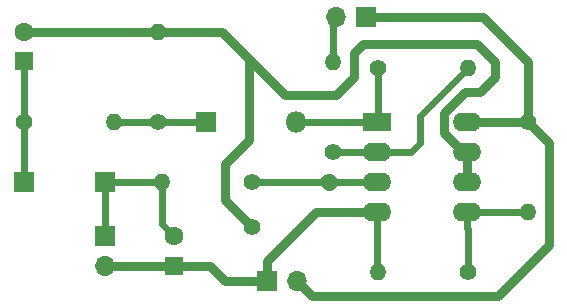
<source format=gbr>
G04 #@! TF.GenerationSoftware,KiCad,Pcbnew,(5.1.2)-2*
G04 #@! TF.CreationDate,2019-11-28T10:38:42+11:00*
G04 #@! TF.ProjectId,AM Demodulator,414d2044-656d-46f6-9475-6c61746f722e,rev 0.1*
G04 #@! TF.SameCoordinates,Original*
G04 #@! TF.FileFunction,Copper,L1,Top*
G04 #@! TF.FilePolarity,Positive*
%FSLAX46Y46*%
G04 Gerber Fmt 4.6, Leading zero omitted, Abs format (unit mm)*
G04 Created by KiCad (PCBNEW (5.1.2)-2) date 2019-11-28 10:38:42*
%MOMM*%
%LPD*%
G04 APERTURE LIST*
%ADD10C,1.600000*%
%ADD11R,1.600000X1.600000*%
%ADD12O,1.800000X1.800000*%
%ADD13R,1.800000X1.800000*%
%ADD14R,1.700000X1.700000*%
%ADD15O,1.700000X1.700000*%
%ADD16C,1.400000*%
%ADD17O,1.400000X1.400000*%
%ADD18C,1.400000*%
%ADD19O,2.400000X1.600000*%
%ADD20R,2.400000X1.600000*%
%ADD21C,0.600000*%
%ADD22C,0.800000*%
G04 APERTURE END LIST*
D10*
X145312000Y-112848000D03*
D11*
X145312000Y-115348000D03*
X132612000Y-98036000D03*
D10*
X132612000Y-95536000D03*
D12*
X155658000Y-103156000D03*
D13*
X148038000Y-103156000D03*
D14*
X139470000Y-108236000D03*
D15*
X155726000Y-116618000D03*
D14*
X153186000Y-116618000D03*
X132612000Y-108236000D03*
X139470000Y-112808000D03*
D15*
X139470000Y-115348000D03*
X159028000Y-94266000D03*
D14*
X161568000Y-94266000D03*
D16*
X151916000Y-108236000D03*
D17*
X144296000Y-108236000D03*
X175284000Y-110776000D03*
D16*
X175284000Y-103156000D03*
X170204000Y-115856000D03*
D17*
X162584000Y-115856000D03*
D16*
X158774000Y-105696000D03*
D17*
X158774000Y-98076000D03*
D16*
X158515114Y-108236000D03*
D18*
X158515114Y-108236000D02*
X158515114Y-108236000D01*
D16*
X151916000Y-112046000D03*
D17*
X170204000Y-98584000D03*
D16*
X162584000Y-98584000D03*
X144038000Y-103156000D03*
D17*
X144038000Y-95536000D03*
X140232000Y-103156000D03*
D16*
X132612000Y-103156000D03*
D19*
X170182000Y-103156000D03*
X162562000Y-110776000D03*
X170182000Y-105696000D03*
X162562000Y-108236000D03*
X170182000Y-108236000D03*
X162562000Y-105696000D03*
X170182000Y-110776000D03*
D20*
X162562000Y-103156000D03*
D21*
X144296000Y-111832000D02*
X145312000Y-112848000D01*
X144296000Y-108236000D02*
X144296000Y-111832000D01*
X139470000Y-108236000D02*
X144296000Y-108236000D01*
X139470000Y-108236000D02*
X139470000Y-112808000D01*
D22*
X145312000Y-115348000D02*
X139470000Y-115348000D01*
X145312000Y-115348000D02*
X148360000Y-115348000D01*
X149630000Y-116618000D02*
X153186000Y-116618000D01*
X148360000Y-115348000D02*
X149630000Y-116618000D01*
X157378000Y-110776000D02*
X162562000Y-110776000D01*
X153186000Y-116618000D02*
X153186000Y-114968000D01*
X153186000Y-114968000D02*
X157378000Y-110776000D01*
D21*
X162562000Y-115834000D02*
X162584000Y-115856000D01*
X162562000Y-110776000D02*
X162562000Y-115834000D01*
X132612000Y-108236000D02*
X132612000Y-103156000D01*
X132612000Y-103156000D02*
X132612000Y-98036000D01*
D22*
X170182000Y-105696000D02*
X170182000Y-108236000D01*
X149630000Y-106712000D02*
X151662000Y-104680000D01*
X151662000Y-104680000D02*
X151662000Y-97822000D01*
X149376000Y-95536000D02*
X144038000Y-95536000D01*
X151662000Y-97822000D02*
X149376000Y-95536000D01*
X133743370Y-95536000D02*
X144038000Y-95536000D01*
X132612000Y-95536000D02*
X133743370Y-95536000D01*
X154710000Y-100870000D02*
X151662000Y-97822000D01*
X159028000Y-100870000D02*
X154710000Y-100870000D01*
X161314000Y-96552000D02*
X160552000Y-97314000D01*
X160552000Y-99346000D02*
X159028000Y-100870000D01*
X160552000Y-97314000D02*
X160552000Y-99346000D01*
X172490000Y-98076000D02*
X170966000Y-96552000D01*
X172490000Y-99346000D02*
X172490000Y-98076000D01*
X171220000Y-100616000D02*
X172490000Y-99346000D01*
X169950000Y-100616000D02*
X171220000Y-100616000D01*
X170966000Y-96552000D02*
X161314000Y-96552000D01*
X169782000Y-105696000D02*
X168182000Y-104096000D01*
X168182000Y-104096000D02*
X168182000Y-102384000D01*
X170182000Y-105696000D02*
X169782000Y-105696000D01*
X168182000Y-102384000D02*
X169950000Y-100616000D01*
X149630000Y-109760000D02*
X149630000Y-109370000D01*
X151916000Y-112046000D02*
X149630000Y-109760000D01*
X149630000Y-109370000D02*
X149630000Y-106712000D01*
D21*
X156930792Y-103156000D02*
X162562000Y-103156000D01*
X155658000Y-103156000D02*
X156930792Y-103156000D01*
X162584000Y-103134000D02*
X162562000Y-103156000D01*
X162584000Y-98584000D02*
X162584000Y-103134000D01*
X140232000Y-103156000D02*
X144038000Y-103156000D01*
X144038000Y-103156000D02*
X148038000Y-103156000D01*
D22*
X170182000Y-103156000D02*
X175284000Y-103156000D01*
X170182000Y-103156000D02*
X170582000Y-103156000D01*
X155726000Y-116618000D02*
X156996000Y-117888000D01*
X156996000Y-117888000D02*
X172744000Y-117888000D01*
X172744000Y-117888000D02*
X177062000Y-113570000D01*
X177062000Y-104934000D02*
X175284000Y-103156000D01*
X177062000Y-113570000D02*
X177062000Y-104934000D01*
X175284000Y-98076000D02*
X175284000Y-103156000D01*
X161568000Y-94266000D02*
X171474000Y-94266000D01*
X171474000Y-94266000D02*
X175284000Y-98076000D01*
D21*
X158774000Y-94520000D02*
X159028000Y-94266000D01*
X158774000Y-98076000D02*
X158774000Y-94520000D01*
X151998000Y-108318000D02*
X151916000Y-108236000D01*
X152905949Y-108236000D02*
X158515114Y-108236000D01*
X151916000Y-108236000D02*
X152905949Y-108236000D01*
X158515114Y-108236000D02*
X162562000Y-108236000D01*
X170182000Y-110776000D02*
X175284000Y-110776000D01*
X170182000Y-110776000D02*
X170182000Y-112176000D01*
X170204000Y-112198000D02*
X170204000Y-115856000D01*
X170182000Y-112176000D02*
X170204000Y-112198000D01*
X158774000Y-105696000D02*
X162562000Y-105696000D01*
X170204000Y-98584000D02*
X166140000Y-102648000D01*
X166140000Y-102648000D02*
X166140000Y-104934000D01*
X166140000Y-104934000D02*
X165378000Y-105696000D01*
X165378000Y-105696000D02*
X162562000Y-105696000D01*
M02*

</source>
